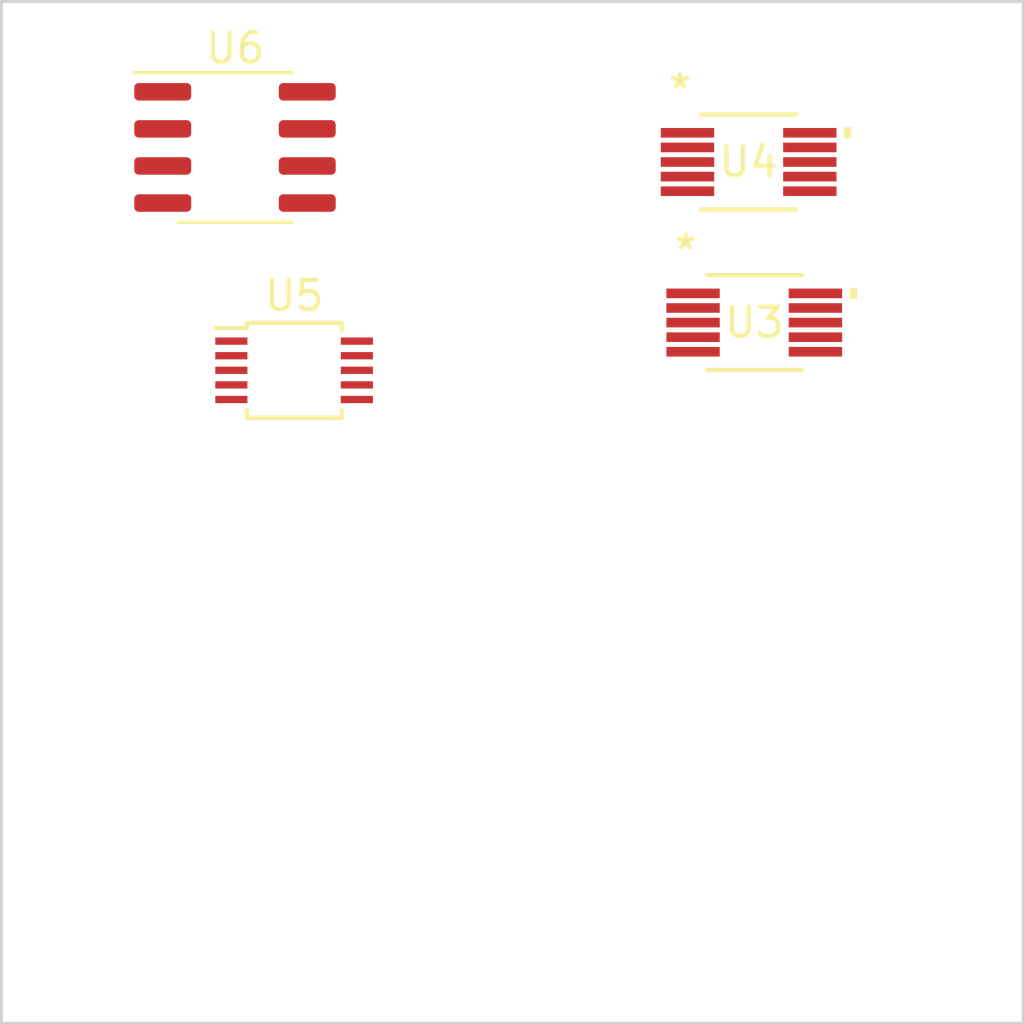
<source format=kicad_pcb>
(kicad_pcb (version 20240108) (generator "pcbnew") (generator_version "8.0")
  (layers (0 "F.Cu" signal) (31 "B.Cu" signal) (34 "B.Paste" user) (35 "F.Paste" user) (36 "B.SilkS" user "B.Silkscreen") (37 "F.SilkS" user "F.Silkscreen") (38 "B.Mask" user) (39 "F.Mask" user) (44 "Edge.Cuts" user))
  (net 0 "")
  (footprint "Package_SO:TSSOP-10_3x3mm_P0.5mm" (layer "F.Cu") (at 138.025 79.135)
    (property "Reference" "U5" (at 0 -2.55 0) (layer "F.SilkS"))
    (property "Value" "ADS1015IDGS")
    (fp_line (start -1.625 -1.625) (end -1.625 -1.45) (stroke (width 0.15)) (layer "F.SilkS"))
    (fp_line (start -1.625 -1.625) (end 1.625 -1.625) (stroke (width 0.15)) (layer "F.SilkS"))
    (fp_line (start -1.625 -1.45) (end -2.7 -1.45) (stroke (width 0.15)) (layer "F.SilkS"))
    (fp_line (start -1.625 1.625) (end -1.625 1.35) (stroke (width 0.15)) (layer "F.SilkS"))
    (fp_line (start -1.625 1.625) (end 1.625 1.625) (stroke (width 0.15)) (layer "F.SilkS"))
    (fp_line (start 1.625 -1.625) (end 1.625 -1.35) (stroke (width 0.15)) (layer "F.SilkS"))
    (fp_line (start 1.625 1.625) (end 1.625 1.35) (stroke (width 0.15)) (layer "F.SilkS"))
    (pad "1" smd rect (at -2.15 -1) (size 1.1 0.25) (layers "F.Cu" "F.Paste" "F.Mask"))
    (pad "2" smd rect (at -2.15 -0.5) (size 1.1 0.25) (layers "F.Cu" "F.Paste" "F.Mask"))
    (pad "3" smd rect (at -2.15 0) (size 1.1 0.25) (layers "F.Cu" "F.Paste" "F.Mask"))
    (pad "4" smd rect (at -2.15 0.5) (size 1.1 0.25) (layers "F.Cu" "F.Paste" "F.Mask"))
    (pad "5" smd rect (at -2.15 1) (size 1.1 0.25) (layers "F.Cu" "F.Paste" "F.Mask"))
    (pad "6" smd rect (at 2.15 1) (size 1.1 0.25) (layers "F.Cu" "F.Paste" "F.Mask"))
    (pad "7" smd rect (at 2.15 0.5) (size 1.1 0.25) (layers "F.Cu" "F.Paste" "F.Mask"))
    (pad "8" smd rect (at 2.15 0) (size 1.1 0.25) (layers "F.Cu" "F.Paste" "F.Mask"))
    (pad "9" smd rect (at 2.15 -0.5) (size 1.1 0.25) (layers "F.Cu" "F.Paste" "F.Mask"))
    (pad "10" smd rect (at 2.15 -1) (size 1.1 0.25) (layers "F.Cu" "F.Paste" "F.Mask"))
  )
  (footprint "EMC2302-2-AIZL-TR:MSOP10_MC_MCH-M" (layer "F.Cu") (at 153.7865 77.500001)
    (property "Reference" "U3" (at 0 0 0) (layer "F.SilkS"))
    (property "Value" "EMC2302-2-AIZL-TR")
    (fp_line (start -1.6256 1.6256) (end 1.6256 1.6256) (stroke (width 0.1524)) (layer "F.SilkS"))
    (fp_line (start 1.6256 -1.6256) (end -1.6256 -1.6256) (stroke (width 0.1524)) (layer "F.SilkS"))
    (fp_poly (pts (xy 3.5179 -1.190501) (xy 3.5179 -0.809501) (xy 3.2639 -0.809501) (xy 3.2639 -1.190501)) (fill solid) (layer "F.SilkS"))
    (fp_text user "*" (at -2.3495 -2.4732 0) (layer "F.SilkS"))
    (fp_text user "*" (at -2.3495 -2.4732 0) (layer "F.SilkS"))
    (pad "1" smd rect (at -2.0955 -1.000001) (size 1.8288 0.3302) (layers "F.Cu" "F.Paste" "F.Mask"))
    (pad "2" smd rect (at -2.0955 -0.499999) (size 1.8288 0.3302) (layers "F.Cu" "F.Paste" "F.Mask"))
    (pad "3" smd rect (at -2.0955 0) (size 1.8288 0.3302) (layers "F.Cu" "F.Paste" "F.Mask"))
    (pad "4" smd rect (at -2.0955 0.499999) (size 1.8288 0.3302) (layers "F.Cu" "F.Paste" "F.Mask"))
    (pad "5" smd rect (at -2.0955 1.000001) (size 1.8288 0.3302) (layers "F.Cu" "F.Paste" "F.Mask"))
    (pad "6" smd rect (at 2.0955 1.000001) (size 1.8288 0.3302) (layers "F.Cu" "F.Paste" "F.Mask"))
    (pad "7" smd rect (at 2.0955 0.499999) (size 1.8288 0.3302) (layers "F.Cu" "F.Paste" "F.Mask"))
    (pad "8" smd rect (at 2.0955 0) (size 1.8288 0.3302) (layers "F.Cu" "F.Paste" "F.Mask"))
    (pad "9" smd rect (at 2.0955 -0.499999) (size 1.8288 0.3302) (layers "F.Cu" "F.Paste" "F.Mask"))
    (pad "10" smd rect (at 2.0955 -1.000001) (size 1.8288 0.3302) (layers "F.Cu" "F.Paste" "F.Mask"))
  )
  (footprint "EMC2302-2-AIZL-TR:MSOP10_MC_MCH-M" (layer "F.Cu") (at 153.5955 72.000001)
    (property "Reference" "U4" (at 0 0 0) (layer "F.SilkS"))
    (property "Value" "EMC2302-2-AIZL-TR")
    (fp_line (start -1.6256 1.6256) (end 1.6256 1.6256) (stroke (width 0.1524)) (layer "F.SilkS"))
    (fp_line (start 1.6256 -1.6256) (end -1.6256 -1.6256) (stroke (width 0.1524)) (layer "F.SilkS"))
    (fp_poly (pts (xy 3.5179 -1.190501) (xy 3.5179 -0.809501) (xy 3.2639 -0.809501) (xy 3.2639 -1.190501)) (fill solid) (layer "F.SilkS"))
    (fp_text user "*" (at -2.3495 -2.4732 0) (layer "F.SilkS"))
    (fp_text user "*" (at -2.3495 -2.4732 0) (layer "F.SilkS"))
    (pad "1" smd rect (at -2.0955 -1.000001) (size 1.8288 0.3302) (layers "F.Cu" "F.Paste" "F.Mask"))
    (pad "2" smd rect (at -2.0955 -0.499999) (size 1.8288 0.3302) (layers "F.Cu" "F.Paste" "F.Mask"))
    (pad "3" smd rect (at -2.0955 0) (size 1.8288 0.3302) (layers "F.Cu" "F.Paste" "F.Mask"))
    (pad "4" smd rect (at -2.0955 0.499999) (size 1.8288 0.3302) (layers "F.Cu" "F.Paste" "F.Mask"))
    (pad "5" smd rect (at -2.0955 1.000001) (size 1.8288 0.3302) (layers "F.Cu" "F.Paste" "F.Mask"))
    (pad "6" smd rect (at 2.0955 1.000001) (size 1.8288 0.3302) (layers "F.Cu" "F.Paste" "F.Mask"))
    (pad "7" smd rect (at 2.0955 0.499999) (size 1.8288 0.3302) (layers "F.Cu" "F.Paste" "F.Mask"))
    (pad "8" smd rect (at 2.0955 0) (size 1.8288 0.3302) (layers "F.Cu" "F.Paste" "F.Mask"))
    (pad "9" smd rect (at 2.0955 -0.499999) (size 1.8288 0.3302) (layers "F.Cu" "F.Paste" "F.Mask"))
    (pad "10" smd rect (at 2.0955 -1.000001) (size 1.8288 0.3302) (layers "F.Cu" "F.Paste" "F.Mask"))
  )
  (footprint "Package_SO:SOIC-8_3.9x4.9mm_P1.27mm" (layer "F.Cu") (at 136 71.5)
    (property "Reference" "U6" (at 0 -3.4 0) (layer "F.SilkS"))
    (property "Value" "PCA9536D")
    (fp_line (start 0 -2.56) (end -3.45 -2.56) (stroke (width 0.12)) (layer "F.SilkS"))
    (fp_line (start 0 -2.56) (end 1.95 -2.56) (stroke (width 0.12)) (layer "F.SilkS"))
    (fp_line (start 0 2.56) (end -1.95 2.56) (stroke (width 0.12)) (layer "F.SilkS"))
    (fp_line (start 0 2.56) (end 1.95 2.56) (stroke (width 0.12)) (layer "F.SilkS"))
    (pad "1" smd roundrect (at -2.475 -1.905) (size 1.95 0.6) (layers "F.Cu" "F.Paste" "F.Mask"))
    (pad "2" smd roundrect (at -2.475 -0.635) (size 1.95 0.6) (layers "F.Cu" "F.Paste" "F.Mask"))
    (pad "3" smd roundrect (at -2.475 0.635) (size 1.95 0.6) (layers "F.Cu" "F.Paste" "F.Mask"))
    (pad "4" smd roundrect (at -2.475 1.905) (size 1.95 0.6) (layers "F.Cu" "F.Paste" "F.Mask"))
    (pad "5" smd roundrect (at 2.475 1.905) (size 1.95 0.6) (layers "F.Cu" "F.Paste" "F.Mask"))
    (pad "6" smd roundrect (at 2.475 0.635) (size 1.95 0.6) (layers "F.Cu" "F.Paste" "F.Mask"))
    (pad "7" smd roundrect (at 2.475 -0.635) (size 1.95 0.6) (layers "F.Cu" "F.Paste" "F.Mask"))
    (pad "8" smd roundrect (at 2.475 -1.905) (size 1.95 0.6) (layers "F.Cu" "F.Paste" "F.Mask"))
  )
  (gr_rect (start 128 66.5) (end 163 101.5) (stroke (width 0.1)) (fill none) (layer "Edge.Cuts"))
)
</source>
